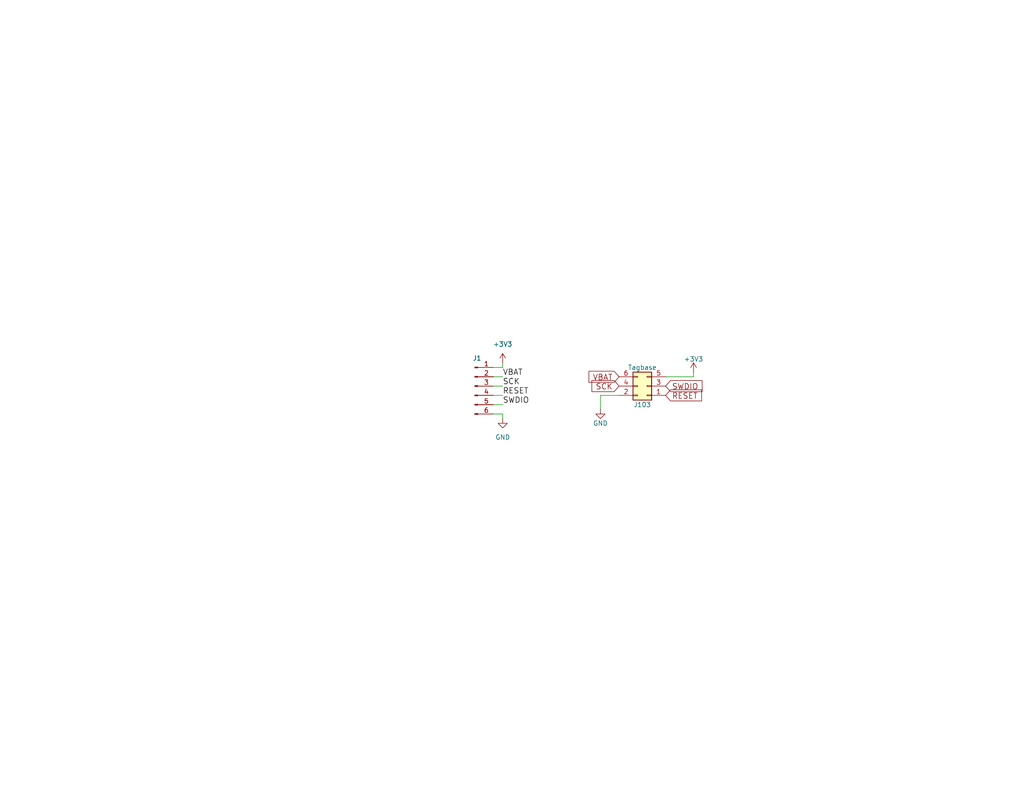
<source format=kicad_sch>
(kicad_sch (version 20231120) (generator "eeschema") (generator_version "8.0")
  (paper "A")
  (title_block (title "Base for measuring voltage") (date "2024-12-18") (rev "1") (company "Geoffrey Brown"))
  (lib_symbols
    (symbol "+3V3_1" (power) (pin_numbers hide) (pin_names (offset 0) hide)
      (property "Value" "+3V3" (at 0 3.556 0))
      (symbol "+3V3_1_0_1"
        (polyline (pts (xy -0.762 1.27) (xy 0 2.54)))
        (polyline (pts (xy 0 0) (xy 0 2.54)))
        (polyline (pts (xy 0 2.54) (xy 0.762 1.27)))
      )
      (symbol "+3V3_1_1_1"
        (pin power_in line (at 0 0 90) (length 0) (name "~") (number "1"))
      )
    )
    (symbol "Connector:Conn_01x06_Pin" (pin_names (offset 1.016) hide)
      (property "Reference" "J" (at 0 7.62 0))
      (property "Value" "Conn_01x06_Pin" (at 0 -10.16 0))
      (symbol "Conn_01x06_Pin_1_1"
        (polyline (pts (xy 1.27 -7.62) (xy 0.8636 -7.62)) (stroke (width 0.1524)))
        (polyline (pts (xy 1.27 -5.08) (xy 0.8636 -5.08)) (stroke (width 0.1524)))
        (polyline (pts (xy 1.27 -2.54) (xy 0.8636 -2.54)) (stroke (width 0.1524)))
        (polyline (pts (xy 1.27 0) (xy 0.8636 0)) (stroke (width 0.1524)))
        (polyline (pts (xy 1.27 2.54) (xy 0.8636 2.54)) (stroke (width 0.1524)))
        (polyline (pts (xy 1.27 5.08) (xy 0.8636 5.08)) (stroke (width 0.1524)))
        (rectangle (start 0.8636 -7.493) (end 0 -7.747) (stroke (width 0.1524)) (fill (type outline)))
        (rectangle (start 0.8636 -4.953) (end 0 -5.207) (stroke (width 0.1524)) (fill (type outline)))
        (rectangle (start 0.8636 -2.413) (end 0 -2.667) (stroke (width 0.1524)) (fill (type outline)))
        (rectangle (start 0.8636 0.127) (end 0 -0.127) (stroke (width 0.1524)) (fill (type outline)))
        (rectangle (start 0.8636 2.667) (end 0 2.413) (stroke (width 0.1524)) (fill (type outline)))
        (rectangle (start 0.8636 5.207) (end 0 4.953) (stroke (width 0.1524)) (fill (type outline)))
        (pin passive line (at 5.08 5.08 180) (length 3.81) (name "Pin_1") (number "1"))
        (pin passive line (at 5.08 2.54 180) (length 3.81) (name "Pin_2") (number "2"))
        (pin passive line (at 5.08 0 180) (length 3.81) (name "Pin_3") (number "3"))
        (pin passive line (at 5.08 -2.54 180) (length 3.81) (name "Pin_4") (number "4"))
        (pin passive line (at 5.08 -5.08 180) (length 3.81) (name "Pin_5") (number "5"))
        (pin passive line (at 5.08 -7.62 180) (length 3.81) (name "Pin_6") (number "6"))
      )
    )
    (symbol "Connector_Generic:Conn_02x03_Odd_Even" (pin_names (offset 1.016) hide)
      (property "Reference" "J" (at 1.27 5.08 0))
      (property "Value" "Conn_02x03_Odd_Even" (at 1.27 -5.08 0))
      (symbol "Conn_02x03_Odd_Even_1_1"
        (rectangle (start -1.27 -2.413) (end 0 -2.667) (stroke (width 0.1524)))
        (rectangle (start -1.27 0.127) (end 0 -0.127) (stroke (width 0.1524)))
        (rectangle (start -1.27 2.667) (end 0 2.413) (stroke (width 0.1524)))
        (rectangle (start -1.27 3.81) (end 3.81 -3.81) (stroke (width 0.254)) (fill (type background)))
        (rectangle (start 3.81 -2.413) (end 2.54 -2.667) (stroke (width 0.1524)))
        (rectangle (start 3.81 0.127) (end 2.54 -0.127) (stroke (width 0.1524)))
        (rectangle (start 3.81 2.667) (end 2.54 2.413) (stroke (width 0.1524)))
        (pin passive line (at -5.08 2.54 0) (length 3.81) (name "Pin_1") (number "1"))
        (pin passive line (at 7.62 2.54 180) (length 3.81) (name "Pin_2") (number "2"))
        (pin passive line (at -5.08 0 0) (length 3.81) (name "Pin_3") (number "3"))
        (pin passive line (at 7.62 0 180) (length 3.81) (name "Pin_4") (number "4"))
        (pin passive line (at -5.08 -2.54 0) (length 3.81) (name "Pin_5") (number "5"))
        (pin passive line (at 7.62 -2.54 180) (length 3.81) (name "Pin_6") (number "6"))
      )
    )
    (symbol "GND_1" (power) (pin_numbers hide) (pin_names (offset 0) hide)
      (property "Value" "GND" (at 0 -3.81 0))
      (symbol "GND_1_0_1"
        (polyline (pts (xy 0 0) (xy 0 -1.27) (xy 1.27 -1.27) (xy 0 -2.54) (xy -1.27 -1.27) (xy 0 -1.27)))
      )
      (symbol "GND_1_1_1"
        (pin power_in line (at 0 0 270) (length 0) (name "~") (number "1"))
      )
    )
    (symbol "power:+3V3" (power) (pin_numbers hide) (pin_names (offset 0) hide)
      (property "Value" "+3V3" (at 0 3.556 0))
      (symbol "+3V3_0_1"
        (polyline (pts (xy -0.762 1.27) (xy 0 2.54)))
        (polyline (pts (xy 0 0) (xy 0 2.54)))
        (polyline (pts (xy 0 2.54) (xy 0.762 1.27)))
      )
      (symbol "+3V3_1_1"
        (pin power_in line (at 0 0 90) (length 0) (name "~") (number "1"))
      )
    )
    (symbol "power:GND" (power) (pin_numbers hide) (pin_names (offset 0) hide)
      (property "Value" "GND" (at 0 -3.81 0))
      (symbol "GND_0_1"
        (polyline (pts (xy 0 0) (xy 0 -1.27) (xy 1.27 -1.27) (xy 0 -2.54) (xy -1.27 -1.27) (xy 0 -1.27)))
      )
      (symbol "GND_1_1"
        (pin power_in line (at 0 0 270) (length 0) (name "~") (number "1"))
      )
    )
  )
  (wire (pts (xy 163.83 107.95) (xy 163.83 111.76)))
  (wire (pts (xy 134.62 113.03) (xy 137.16 113.03)))
  (wire (pts (xy 134.62 100.33) (xy 137.16 100.33)))
  (wire (pts (xy 168.91 107.95) (xy 163.83 107.95)))
  (wire (pts (xy 137.16 100.33) (xy 137.16 99.06)))
  (wire (pts (xy 134.62 105.41) (xy 137.16 105.41)))
  (wire (pts (xy 134.62 110.49) (xy 137.16 110.49)))
  (wire (pts (xy 189.23 101.6) (xy 189.23 102.87)))
  (wire (pts (xy 134.62 107.95) (xy 137.16 107.95)))
  (wire (pts (xy 134.62 102.87) (xy 137.16 102.87)))
  (wire (pts (xy 137.16 113.03) (xy 137.16 114.3)))
  (wire (pts (xy 189.23 102.87) (xy 181.61 102.87)))
  (label "SWDIO" (at 137.16 110.49 0) (effects (font (size 1.524 1.524))))
  (label "SCK" (at 137.16 105.41 0) (effects (font (size 1.524 1.524))))
  (label "VBAT" (at 137.16 102.87 0) (effects (font (size 1.524 1.524))))
  (label "RESET" (at 137.16 107.95 0) (effects (font (size 1.524 1.524))))
  (global_label "VBAT" (shape input) (at 168.91 102.87 180) (effects (font (size 1.524 1.524))) (property "Intersheetrefs" "${INTERSHEET_REFS}" (effects (hide yes))))
  (global_label "SWDIO" (shape input) (at 181.61 105.41 0) (effects (font (size 1.524 1.524))) (property "Intersheetrefs" "${INTERSHEET_REFS}" (effects (hide yes))))
  (global_label "SCK" (shape input) (at 168.91 105.41 180) (effects (font (size 1.524 1.524))) (property "Intersheetrefs" "${INTERSHEET_REFS}" (effects (hide yes))))
  (global_label "RESET" (shape input) (at 181.61 107.95 0) (effects (font (size 1.524 1.524))) (property "Intersheetrefs" "${INTERSHEET_REFS}" (effects (hide yes))))
  (symbol (lib_id "Connector_Generic:Conn_02x03_Odd_Even") (at 176.53 105.41 180) (unit 1) (in_bom no)
    (property "Reference" "J103" (at 175.26 110.49 0))
    (property "Value" "Tagbase" (at 175.26 100.33 0))
    (property "Footprint" "MultiCharger:6pin_tagpoints_new_offset" (effects (hide yes)))
    (property "Config" "DNF" (effects (hide yes)))
  )
  (symbol (lib_id "power:GND") (at 163.83 111.76 0) (mirror y) (unit 1)
    (property "Reference" "#PWR04" (effects (hide yes)))
    (property "Value" "GND" (at 163.83 115.57 0))
    (property "Description" "Power symbol creates a global label with name \"GND\" , ground" (effects (hide yes)))
  )
  (symbol (lib_id "power:+3V3") (at 189.23 101.6 0) (mirror y) (unit 1)
    (property "Reference" "#PWR05" (effects (hide yes)))
    (property "Value" "+3V3" (at 189.23 98.044 0))
    (property "Description" "Power symbol creates a global label with name \"+3V3\"" (effects (hide yes)))
  )
  (symbol (lib_name "GND_1") (lib_id "power:GND") (at 137.16 114.3 0) (unit 1)
    (property "Reference" "#PWR02" (effects (hide yes)))
    (property "Value" "GND" (at 137.16 119.38 0))
    (property "Description" "Power symbol creates a global label with name \"GND\" , ground" (effects (hide yes)))
  )
  (symbol (lib_name "+3V3_1") (lib_id "power:+3V3") (at 137.16 99.06 0) (unit 1)
    (property "Reference" "#PWR01" (effects (hide yes)))
    (property "Value" "+3V3" (at 137.16 93.98 0))
    (property "Description" "Power symbol creates a global label with name \"+3V3\"" (effects (hide yes)))
  )
  (symbol (lib_id "Connector:Conn_01x06_Pin") (at 129.54 105.41 0) (unit 1)
    (property "Reference" "J1" (at 130.175 97.79 0))
    (property "Value" "Conn_01x06_Pin" (effects (hide yes)))
    (property "Footprint" "Connector_PinHeader_2.54mm:PinHeader_1x06_P2.54mm_Vertical" (effects (hide yes)))
    (property "Description" "Generic connector, single row, 01x06, script generated" (effects (hide yes)))
  )
)
</source>
